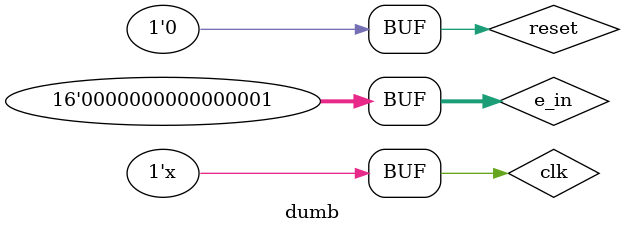
<source format=v>
`timescale 1ns / 1ps


module dumb;

	// Inputs
	reg [15:0] e_in;
	reg clk;
	reg reset;

	// Outputs
	wire [15:0] u_out;

	// Instantiate the Unit Under Test (UUT)
	PID uut (
		.u_out(u_out), 
		.e_in(e_in), 
		.clk(clk), 
		.reset(reset)
	);

	initial begin
		// Initialize Inputs
		e_in = 1;
		clk = 1;
		reset = 0;

		

	end
	always #2clk=~clk;
      
endmodule


</source>
